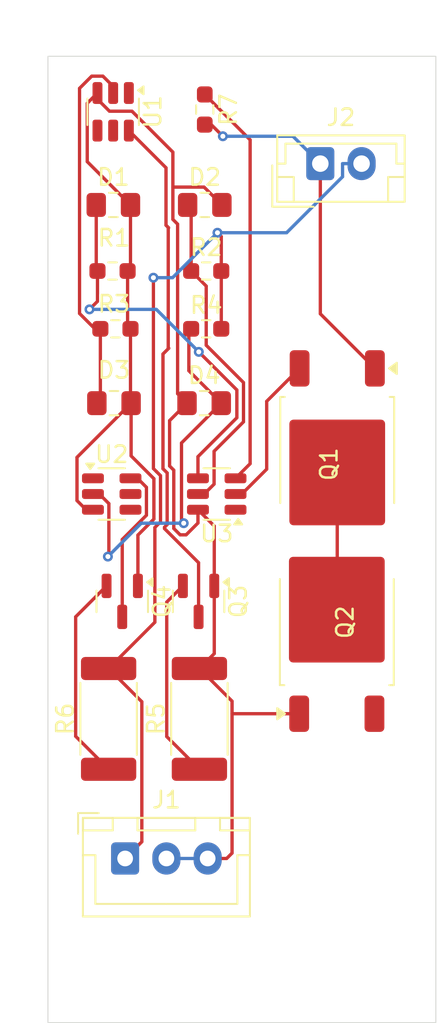
<source format=kicad_pcb>
(kicad_pcb (version 20241229) (generator "pcbnew") (generator_version "9.0")
  (layers (0 "F.Cu" signal) (2 "B.Cu" signal) (13 "F.Paste" user) (15 "B.Paste" user) (5 "F.SilkS" user "F.Silkscreen") (7 "B.SilkS" user "B.Silkscreen") (1 "F.Mask" user) (3 "B.Mask" user) (25 "Edge.Cuts" user))
  (net 0 "")
  (net 1 "Net-(J1-Pin_1)")
  (net 2 "Net-(D1-A)")
  (net 3 "Net-(D1-K)")
  (net 5 "Net-(D2-K)")
  (net 6 "Net-(D3-A)")
  (net 10 "Net-(D4-A)")
  (net 12 "Net-(J2-Pin_1)")
  (net 13 "Net-(Q1-G)")
  (net 15 "Net-(Q1-S)")
  (net 17 "Net-(Q3-G)")
  (net 18 "Net-(Q3-S)")
  (net 20 "Net-(Q4-S)")
  (net 21 "Net-(Q4-G)")
  (net 22 "Net-(U3-IO2)")
  (footprint "Package_TO_SOT_SMD:SOT-23" (layer "F.Cu") (at 139.5 97 -90)
    (property "Reference" "Q4" (at 0 -2.4 90) (layer "F.SilkS"))
    (property "Value" "PMOS")
    (fp_line (start 0 1.56) (end -0.65 1.56) (stroke (width 0.12)) (layer "F.SilkS"))
    (fp_line (start 0 1.56) (end 0.65 1.56) (stroke (width 0.12)) (layer "F.SilkS"))
    (fp_line (start 0 -1.56) (end -0.65 -1.56) (stroke (width 0.12)) (layer "F.SilkS"))
    (fp_line (start 0 -1.56) (end 0.65 -1.56) (stroke (width 0.12)) (layer "F.SilkS"))
    (fp_poly (pts (xy -1.1625 -1.51) (xy -1.4025 -1.84) (xy -0.9225 -1.84)) (stroke (width 0.12)) (fill yes) (layer "F.SilkS"))
    (pad "1" smd roundrect (at -0.9375 -0.95 270) (size 1.475 0.6) (layers "F.Cu" "F.Mask" "F.Paste") (net 2 "Net-(D1-A)"))
    (pad "2" smd roundrect (at -0.9375 0.95 270) (size 1.475 0.6) (layers "F.Cu" "F.Mask" "F.Paste") (net 21 "Net-(Q4-G)"))
    (pad "3" smd roundrect (at 0.9375 0 270) (size 1.475 0.6) (layers "F.Cu" "F.Mask" "F.Paste") (net 20 "Net-(Q4-S)"))
  )
  (footprint "Capacitor_SMD:C_0805_2012Metric_Pad1.18x1.45mm_HandSolder" (layer "F.Cu") (at 138.9625 73)
    (property "Reference" "D1" (at 0 -1.68 0) (layer "F.SilkS"))
    (property "Value" "D_Capacitance")
    (fp_line (start -0.261252 -0.735) (end 0.261252 -0.735) (stroke (width 0.12)) (layer "F.SilkS"))
    (fp_line (start -0.261252 0.735) (end 0.261252 0.735) (stroke (width 0.12)) (layer "F.SilkS"))
    (pad "1" smd roundrect (at -1.0375 0) (size 1.175 1.45) (layers "F.Cu" "F.Mask" "F.Paste") (roundrect_rratio 0.212766) (net 3 "Net-(D1-K)"))
    (pad "2" smd roundrect (at 1.0375 0) (size 1.175 1.45) (layers "F.Cu" "F.Mask" "F.Paste") (roundrect_rratio 0.212766) (net 2 "Net-(D1-A)"))
  )
  (footprint "Package_TO_SOT_SMD:SOT-23" (layer "F.Cu") (at 144.125 97 -90)
    (property "Reference" "Q3" (at 0 -2.4 90) (layer "F.SilkS"))
    (property "Value" "PMOS")
    (fp_line (start 0 1.56) (end -0.65 1.56) (stroke (width 0.12)) (layer "F.SilkS"))
    (fp_line (start 0 1.56) (end 0.65 1.56) (stroke (width 0.12)) (layer "F.SilkS"))
    (fp_line (start 0 -1.56) (end -0.65 -1.56) (stroke (width 0.12)) (layer "F.SilkS"))
    (fp_line (start 0 -1.56) (end 0.65 -1.56) (stroke (width 0.12)) (layer "F.SilkS"))
    (fp_poly (pts (xy -1.1625 -1.51) (xy -1.4025 -1.84) (xy -0.9225 -1.84)) (stroke (width 0.12)) (fill yes) (layer "F.SilkS"))
    (pad "1" smd roundrect (at -0.9375 -0.95 270) (size 1.475 0.6) (layers "F.Cu" "F.Mask" "F.Paste") (net 2 "Net-(D1-A)"))
    (pad "2" smd roundrect (at -0.9375 0.95 270) (size 1.475 0.6) (layers "F.Cu" "F.Mask" "F.Paste") (net 17 "Net-(Q3-G)"))
    (pad "3" smd roundrect (at 0.9375 0 270) (size 1.475 0.6) (layers "F.Cu" "F.Mask" "F.Paste") (net 18 "Net-(Q3-S)"))
  )
  (footprint "Capacitor_SMD:C_0805_2012Metric_Pad1.18x1.45mm_HandSolder" (layer "F.Cu") (at 139 85 180)
    (property "Reference" "D3" (at 0 2 0) (layer "F.SilkS"))
    (property "Value" "D_Capacitance")
    (fp_line (start -0.261252 0.735) (end 0.261252 0.735) (stroke (width 0.12)) (layer "F.SilkS"))
    (fp_line (start -0.261252 -0.735) (end 0.261252 -0.735) (stroke (width 0.12)) (layer "F.SilkS"))
    (pad "1" smd roundrect (at -1.0375 0 180) (size 1.175 1.45) (layers "F.Cu" "F.Mask" "F.Paste") (roundrect_rratio 0.212766) (net 2 "Net-(D1-A)"))
    (pad "2" smd roundrect (at 1.0375 0 180) (size 1.175 1.45) (layers "F.Cu" "F.Mask" "F.Paste") (roundrect_rratio 0.212766) (net 6 "Net-(D3-A)"))
  )
  (footprint "Package_TO_SOT_SMD:SOT-23-6" (layer "F.Cu") (at 138.95 67.3625 -90)
    (property "Reference" "U1" (at 0 -2.4 90) (layer "F.SilkS"))
    (property "Value" "SN74LVC2G14DBV")
    (fp_line (start 0 1.56) (end -0.8 1.56) (stroke (width 0.12)) (layer "F.SilkS"))
    (fp_line (start 0 1.56) (end 0.8 1.56) (stroke (width 0.12)) (layer "F.SilkS"))
    (fp_line (start 0 -1.56) (end -0.8 -1.56) (stroke (width 0.12)) (layer "F.SilkS"))
    (fp_line (start 0 -1.56) (end 0.8 -1.56) (stroke (width 0.12)) (layer "F.SilkS"))
    (fp_poly (pts (xy -1.3 -1.51) (xy -1.54 -1.84) (xy -1.06 -1.84)) (stroke (width 0.12)) (fill yes) (layer "F.SilkS"))
    (pad "1" smd roundrect (at -1.1375 -0.95 270) (size 1.325 0.6) (layers "F.Cu" "F.Mask" "F.Paste"))
    (pad "2" smd roundrect (at -1.1375 0 270) (size 1.325 0.6) (layers "F.Cu" "F.Mask" "F.Paste") (net 6 "Net-(D3-A)"))
    (pad "3" smd roundrect (at -1.1375 0.95 270) (size 1.325 0.6) (layers "F.Cu" "F.Mask" "F.Paste") (net 2 "Net-(D1-A)"))
    (pad "4" smd roundrect (at 1.1375 0.95 270) (size 1.325 0.6) (layers "F.Cu" "F.Mask" "F.Paste"))
    (pad "5" smd roundrect (at 1.1375 0 270) (size 1.325 0.6) (layers "F.Cu" "F.Mask" "F.Paste"))
    (pad "6" smd roundrect (at 1.1375 -0.95 270) (size 1.325 0.6) (layers "F.Cu" "F.Mask" "F.Paste") (net 18 "Net-(Q3-S)"))
  )
  (footprint "Resistor_SMD:R_2512_6332Metric_Pad1.40x3.35mm_HandSolder" (layer "F.Cu") (at 144.175 104.1125 90)
    (property "Reference" "R5" (at 0 -2.63 90) (layer "F.SilkS"))
    (property "Value" "68.5")
    (fp_line (start -2.177064 -1.71) (end 2.177064 -1.71) (stroke (width 0.12)) (layer "F.SilkS"))
    (fp_line (start -2.177064 1.71) (end 2.177064 1.71) (stroke (width 0.12)) (layer "F.SilkS"))
    (pad "1" smd roundrect (at -3.05 0 90) (size 1.4 3.35) (layers "F.Cu" "F.Mask" "F.Paste") (roundrect_rratio 0.178571) (net 17 "Net-(Q3-G)"))
    (pad "2" smd roundrect (at 3.05 0 90) (size 1.4 3.35) (layers "F.Cu" "F.Mask" "F.Paste") (roundrect_rratio 0.178571) (net 2 "Net-(D1-A)"))
  )
  (footprint "Package_TO_SOT_SMD:TO-252-2" (layer "F.Cu") (at 152.5 98.76 90)
    (property "Reference" "Q2" (at 0.5 0.5 90) (layer "F.SilkS"))
    (property "Value" "NMOS")
    (fp_line (start 3.11 -3.45) (end -3.31 -3.45) (stroke (width 0.12)) (layer "F.SilkS"))
    (fp_line (start -3.31 -3.45) (end -3.31 -3.18) (stroke (width 0.12)) (layer "F.SilkS"))
    (fp_line (start 3.11 3.45) (end -3.31 3.45) (stroke (width 0.12)) (layer "F.SilkS"))
    (fp_line (start -3.31 3.45) (end -3.31 3.18) (stroke (width 0.12)) (layer "F.SilkS"))
    (fp_poly (pts (xy -5.04 -3.14) (xy -5.38 -3.61) (xy -4.7 -3.61)) (stroke (width 0.12)) (fill yes) (layer "F.SilkS"))
    (pad "1" smd roundrect (at -5.04 -2.28 90) (size 2.2 1.2) (layers "F.Cu" "F.Mask" "F.Paste") (roundrect_rratio 0.208333) (net 2 "Net-(D1-A)"))
    (pad "2" smd roundrect (at 1.26 0 90) (size 6.4 5.8) (layers "F.Cu" "F.Mask") (roundrect_rratio 0.043103) (net 13 "Net-(Q1-G)"))
    (pad "3" smd roundrect (at -5.04 2.28 90) (size 2.2 1.2) (layers "F.Cu" "F.Mask" "F.Paste") (roundrect_rratio 0.208333))
  )
  (footprint "Resistor_SMD:R_0603_1608Metric_Pad0.98x0.95mm_HandSolder" (layer "F.Cu") (at 144.5 67.225 -90)
    (property "Reference" "R7" (at 0 -1.43 90) (layer "F.SilkS"))
    (property "Value" "2k")
    (fp_line (start -0.254724 0.5225) (end 0.254724 0.5225) (stroke (width 0.12)) (layer "F.SilkS"))
    (fp_line (start -0.254724 -0.5225) (end 0.254724 -0.5225) (stroke (width 0.12)) (layer "F.SilkS"))
    (pad "1" smd roundrect (at -0.9125 0 270) (size 0.975 0.95) (layers "F.Cu" "F.Mask" "F.Paste") (net 22 "Net-(U3-IO2)"))
    (pad "2" smd roundrect (at 0.9125 0 270) (size 0.975 0.95) (layers "F.Cu" "F.Mask" "F.Paste") (net 12 "Net-(J2-Pin_1)"))
  )
  (footprint "Resistor_SMD:R_0603_1608Metric_Pad0.98x0.95mm_HandSolder" (layer "F.Cu") (at 144.5875 77)
    (property "Reference" "R2" (at 0 -1.43 0) (layer "F.SilkS"))
    (property "Value" "330")
    (fp_line (start -0.254724 -0.5225) (end 0.254724 -0.5225) (stroke (width 0.12)) (layer "F.SilkS"))
    (fp_line (start -0.254724 0.5225) (end 0.254724 0.5225) (stroke (width 0.12)) (layer "F.SilkS"))
    (pad "1" smd roundrect (at -0.9125 0) (size 0.975 0.95) (layers "F.Cu" "F.Mask" "F.Paste") (net 5 "Net-(D2-K)"))
    (pad "2" smd roundrect (at 0.9125 0) (size 0.975 0.95) (layers "F.Cu" "F.Mask" "F.Paste") (net 1 "Net-(J1-Pin_1)"))
  )
  (footprint "Resistor_SMD:R_0603_1608Metric_Pad0.98x0.95mm_HandSolder" (layer "F.Cu") (at 138.9125 77 180)
    (property "Reference" "R1" (at -0.0875 2 0) (layer "F.SilkS"))
    (property "Value" "330")
    (fp_line (start -0.254724 0.5225) (end 0.254724 0.5225) (stroke (width 0.12)) (layer "F.SilkS"))
    (fp_line (start -0.254724 -0.5225) (end 0.254724 -0.5225) (stroke (width 0.12)) (layer "F.SilkS"))
    (pad "1" smd roundrect (at -0.9125 0 180) (size 0.975 0.95) (layers "F.Cu" "F.Mask" "F.Paste") (net 2 "Net-(D1-A)"))
    (pad "2" smd roundrect (at 0.9125 0 180) (size 0.975 0.95) (layers "F.Cu" "F.Mask" "F.Paste") (net 3 "Net-(D1-K)"))
  )
  (footprint "Resistor_SMD:R_2512_6332Metric_Pad1.40x3.35mm_HandSolder" (layer "F.Cu") (at 138.675 104.1125 90)
    (property "Reference" "R6" (at 0 -2.63 90) (layer "F.SilkS"))
    (property "Value" "68.5")
    (fp_line (start -2.177064 -1.71) (end 2.177064 -1.71) (stroke (width 0.12)) (layer "F.SilkS"))
    (fp_line (start -2.177064 1.71) (end 2.177064 1.71) (stroke (width 0.12)) (layer "F.SilkS"))
    (pad "1" smd roundrect (at -3.05 0 90) (size 1.4 3.35) (layers "F.Cu" "F.Mask" "F.Paste") (roundrect_rratio 0.178571) (net 21 "Net-(Q4-G)"))
    (pad "2" smd roundrect (at 3.05 0 90) (size 1.4 3.35) (layers "F.Cu" "F.Mask" "F.Paste") (roundrect_rratio 0.178571) (net 1 "Net-(J1-Pin_1)"))
  )
  (footprint "Connector_JST:JST_EH_B2B-EH-A_1x02_P2.50mm_Vertical" (layer "F.Cu") (at 151.5 70.5)
    (property "Reference" "J2" (at 1.25 -2.8 0) (layer "F.SilkS"))
    (property "Value" "Conn_01x02_Pin")
    (fp_line (start -2.91 0.11) (end -2.91 2.61) (stroke (width 0.12)) (layer "F.SilkS"))
    (fp_line (start -2.91 2.61) (end -0.41 2.61) (stroke (width 0.12)) (layer "F.SilkS"))
    (fp_line (start -2.61 -1.71) (end -2.61 2.31) (stroke (width 0.12)) (layer "F.SilkS"))
    (fp_line (start -2.61 0) (end -2.11 0) (stroke (width 0.12)) (layer "F.SilkS"))
    (fp_line (start -2.61 0.81) (end -1.61 0.81) (stroke (width 0.12)) (layer "F.SilkS"))
    (fp_line (start -2.61 2.31) (end 5.11 2.31) (stroke (width 0.12)) (layer "F.SilkS"))
    (fp_line (start -2.11 -1.21) (end 4.61 -1.21) (stroke (width 0.12)) (layer "F.SilkS"))
    (fp_line (start -2.11 0) (end -2.11 -1.21) (stroke (width 0.12)) (layer "F.SilkS"))
    (fp_line (start -1.61 0.81) (end -1.61 2.31) (stroke (width 0.12)) (layer "F.SilkS"))
    (fp_line (start 4.11 0.81) (end 4.11 2.31) (stroke (width 0.12)) (layer "F.SilkS"))
    (fp_line (start 4.61 -1.21) (end 4.61 0) (stroke (width 0.12)) (layer "F.SilkS"))
    (fp_line (start 4.61 0) (end 5.11 0) (stroke (width 0.12)) (layer "F.SilkS"))
    (fp_line (start 5.11 -1.71) (end -2.61 -1.71) (stroke (width 0.12)) (layer "F.SilkS"))
    (fp_line (start 5.11 0.81) (end 4.11 0.81) (stroke (width 0.12)) (layer "F.SilkS"))
    (fp_line (start 5.11 2.31) (end 5.11 -1.71) (stroke (width 0.12)) (layer "F.SilkS"))
    (pad "1" thru_hole roundrect (at 0 0) (size 1.7 2) (drill 1) (layers "*.Cu" "*.Mask") (roundrect_rratio 0.147059) (net 12 "Net-(J2-Pin_1)"))
    (pad "2" thru_hole oval (at 2.5 0) (size 1.7 2) (drill 1) (layers "*.Cu" "*.Mask") (net 1 "Net-(J1-Pin_1)"))
  )
  (footprint "Capacitor_SMD:C_0805_2012Metric_Pad1.18x1.45mm_HandSolder" (layer "F.Cu") (at 144.4625 85)
    (property "Reference" "D4" (at 0 -1.68 0) (layer "F.SilkS"))
    (property "Value" "D_Capacitance")
    (fp_line (start -0.261252 -0.735) (end 0.261252 -0.735) (stroke (width 0.12)) (layer "F.SilkS"))
    (fp_line (start -0.261252 0.735) (end 0.261252 0.735) (stroke (width 0.12)) (layer "F.SilkS"))
    (pad "1" smd roundrect (at -1.0375 0) (size 1.175 1.45) (layers "F.Cu" "F.Mask" "F.Paste") (roundrect_rratio 0.212766) (net 2 "Net-(D1-A)"))
    (pad "2" smd roundrect (at 1.0375 0) (size 1.175 1.45) (layers "F.Cu" "F.Mask" "F.Paste") (roundrect_rratio 0.212766) (net 10 "Net-(D4-A)"))
  )
  (footprint "Package_TO_SOT_SMD:SOT-23-6" (layer "F.Cu") (at 145.225 90.5 180)
    (property "Reference" "U3" (at 0 -2.4 0) (layer "F.SilkS"))
    (property "Value" "CDSOT236-0504C")
    (fp_line (start 0 1.56) (end 0.8 1.56) (stroke (width 0.12)) (layer "F.SilkS"))
    (fp_line (start 0 1.56) (end -0.8 1.56) (stroke (width 0.12)) (layer "F.SilkS"))
    (fp_line (start 0 -1.56) (end 0.8 -1.56) (stroke (width 0.12)) (layer "F.SilkS"))
    (fp_line (start 0 -1.56) (end -0.8 -1.56) (stroke (width 0.12)) (layer "F.SilkS"))
    (fp_poly (pts (xy -1.3 -1.51) (xy -1.54 -1.84) (xy -1.06 -1.84)) (stroke (width 0.12)) (fill yes) (layer "F.SilkS"))
    (pad "1" smd roundrect (at -1.1375 -0.95 180) (size 1.325 0.6) (layers "F.Cu" "F.Mask" "F.Paste"))
    (pad "2" smd roundrect (at -1.1375 0 180) (size 1.325 0.6) (layers "F.Cu" "F.Mask" "F.Paste") (net 15 "Net-(Q1-S)"))
    (pad "3" smd roundrect (at -1.1375 0.95 180) (size 1.325 0.6) (layers "F.Cu" "F.Mask" "F.Paste") (net 22 "Net-(U3-IO2)"))
    (pad "4" smd roundrect (at 1.1375 0.95 180) (size 1.325 0.6) (layers "F.Cu" "F.Mask" "F.Paste") (net 3 "Net-(D1-K)"))
    (pad "5" smd roundrect (at 1.1375 0 180) (size 1.325 0.6) (layers "F.Cu" "F.Mask" "F.Paste") (net 5 "Net-(D2-K)"))
    (pad "6" smd roundrect (at 1.1375 -0.95 180) (size 1.325 0.6) (layers "F.Cu" "F.Mask" "F.Paste") (net 2 "Net-(D1-A)"))
  )
  (footprint "Connector_JST:JST_XH_B3B-XH-A_1x03_P2.50mm_Vertical" (layer "F.Cu") (at 139.675 112.5625)
    (property "Reference" "J1" (at 2.5 -3.55 0) (layer "F.SilkS"))
    (property "Value" "Conn_01x03_Pin")
    (fp_line (start -2.85 -2.75) (end -2.85 -1.5) (stroke (width 0.12)) (layer "F.SilkS"))
    (fp_line (start -2.56 -2.46) (end -2.56 3.51) (stroke (width 0.12)) (layer "F.SilkS"))
    (fp_line (start -2.56 3.51) (end 7.56 3.51) (stroke (width 0.12)) (layer "F.SilkS"))
    (fp_line (start -2.55 -2.45) (end -2.55 -1.7) (stroke (width 0.12)) (layer "F.SilkS"))
    (fp_line (start -2.55 -1.7) (end -0.75 -1.7) (stroke (width 0.12)) (layer "F.SilkS"))
    (fp_line (start -2.55 -0.2) (end -1.8 -0.2) (stroke (width 0.12)) (layer "F.SilkS"))
    (fp_line (start -1.8 -0.2) (end -1.8 2.75) (stroke (width 0.12)) (layer "F.SilkS"))
    (fp_line (start -1.8 2.75) (end 2.5 2.75) (stroke (width 0.12)) (layer "F.SilkS"))
    (fp_line (start -1.6 -2.75) (end -2.85 -2.75) (stroke (width 0.12)) (layer "F.SilkS"))
    (fp_line (start -0.75 -2.45) (end -2.55 -2.45) (stroke (width 0.12)) (layer "F.SilkS"))
    (fp_line (start -0.75 -1.7) (end -0.75 -2.45) (stroke (width 0.12)) (layer "F.SilkS"))
    (fp_line (start 0.75 -2.45) (end 0.75 -1.7) (stroke (width 0.12)) (layer "F.SilkS"))
    (fp_line (start 0.75 -1.7) (end 4.25 -1.7) (stroke (width 0.12)) (layer "F.SilkS"))
    (fp_line (start 4.25 -2.45) (end 0.75 -2.45) (stroke (width 0.12)) (layer "F.SilkS"))
    (fp_line (start 4.25 -1.7) (end 4.25 -2.45) (stroke (width 0.12)) (layer "F.SilkS"))
    (fp_line (start 5.75 -2.45) (end 5.75 -1.7) (stroke (width 0.12)) (layer "F.SilkS"))
    (fp_line (start 5.75 -1.7) (end 7.55 -1.7) (stroke (width 0.12)) (layer "F.SilkS"))
    (fp_line (start 6.8 -0.2) (end 6.8 2.75) (stroke (width 0.12)) (layer "F.SilkS"))
    (fp_line (start 6.8 2.75) (end 2.5 2.75) (stroke (width 0.12)) (layer "F.SilkS"))
    (fp_line (start 7.55 -2.45) (end 5.75 -2.45) (stroke (width 0.12)) (layer "F.SilkS"))
    (fp_line (start 7.55 -1.7) (end 7.55 -2.45) (stroke (width 0.12)) (layer "F.SilkS"))
    (fp_line (start 7.55 -0.2) (end 6.8 -0.2) (stroke (width 0.12)) (layer "F.SilkS"))
    (fp_line (start 7.56 -2.46) (end -2.56 -2.46) (stroke (width 0.12)) (layer "F.SilkS"))
    (fp_line (start 7.56 3.51) (end 7.56 -2.46) (stroke (width 0.12)) (layer "F.SilkS"))
    (pad "1" thru_hole roundrect (at 0 0) (size 1.7 1.95) (drill 0.95) (layers "*.Cu" "*.Mask") (roundrect_rratio 0.147059) (net 1 "Net-(J1-Pin_1)"))
    (pad "2" thru_hole oval (at 2.5 0) (size 1.7 1.95) (drill 0.95) (layers "*.Cu" "*.Mask") (net 2 "Net-(D1-A)"))
    (pad "3" thru_hole oval (at 5 0) (size 1.7 1.95) (drill 0.95) (layers "*.Cu" "*.Mask") (net 2 "Net-(D1-A)"))
  )
  (footprint "Resistor_SMD:R_0603_1608Metric_Pad0.98x0.95mm_HandSolder" (layer "F.Cu") (at 139.0875 80.5)
    (property "Reference" "R3" (at -0.0875 -1.5 0) (layer "F.SilkS"))
    (property "Value" "101")
    (fp_line (start -0.254724 -0.5225) (end 0.254724 -0.5225) (stroke (width 0.12)) (layer "F.SilkS"))
    (fp_line (start -0.254724 0.5225) (end 0.254724 0.5225) (stroke (width 0.12)) (layer "F.SilkS"))
    (pad "1" smd roundrect (at -0.9125 0) (size 0.975 0.95) (layers "F.Cu" "F.Mask" "F.Paste") (net 6 "Net-(D3-A)"))
    (pad "2" smd roundrect (at 0.9125 0) (size 0.975 0.95) (layers "F.Cu" "F.Mask" "F.Paste") (net 2 "Net-(D1-A)"))
  )
  (footprint "Package_TO_SOT_SMD:TO-252-2" (layer "F.Cu") (at 152.525 87.935 -90)
    (property "Reference" "Q1" (at 0.76 0.5 90) (layer "F.SilkS"))
    (property "Value" "NMOS")
    (fp_line (start -3.31 3.45) (end -3.31 3.18) (stroke (width 0.12)) (layer "F.SilkS"))
    (fp_line (start 3.11 3.45) (end -3.31 3.45) (stroke (width 0.12)) (layer "F.SilkS"))
    (fp_line (start -3.31 -3.45) (end -3.31 -3.18) (stroke (width 0.12)) (layer "F.SilkS"))
    (fp_line (start 3.11 -3.45) (end -3.31 -3.45) (stroke (width 0.12)) (layer "F.SilkS"))
    (fp_poly (pts (xy -5.04 -3.14) (xy -5.38 -3.61) (xy -4.7 -3.61)) (stroke (width 0.12)) (fill yes) (layer "F.SilkS"))
    (pad "1" smd roundrect (at -5.04 -2.28 270) (size 2.2 1.2) (layers "F.Cu" "F.Mask" "F.Paste") (roundrect_rratio 0.208333) (net 12 "Net-(J2-Pin_1)"))
    (pad "2" smd roundrect (at 1.26 0 270) (size 6.4 5.8) (layers "F.Cu" "F.Mask") (roundrect_rratio 0.043103) (net 13 "Net-(Q1-G)"))
    (pad "3" smd roundrect (at -5.04 2.28 270) (size 2.2 1.2) (layers "F.Cu" "F.Mask" "F.Paste") (roundrect_rratio 0.208333) (net 15 "Net-(Q1-S)"))
  )
  (footprint "Resistor_SMD:R_0603_1608Metric_Pad0.98x0.95mm_HandSolder" (layer "F.Cu") (at 144.5875 80.5)
    (property "Reference" "R4" (at 0 -1.43 0) (layer "F.SilkS"))
    (property "Value" "101")
    (fp_line (start -0.254724 -0.5225) (end 0.254724 -0.5225) (stroke (width 0.12)) (layer "F.SilkS"))
    (fp_line (start -0.254724 0.5225) (end 0.254724 0.5225) (stroke (width 0.12)) (layer "F.SilkS"))
    (pad "1" smd roundrect (at -0.9125 0) (size 0.975 0.95) (layers "F.Cu" "F.Mask" "F.Paste") (net 10 "Net-(D4-A)"))
    (pad "2" smd roundrect (at 0.9125 0) (size 0.975 0.95) (layers "F.Cu" "F.Mask" "F.Paste") (net 1 "Net-(J1-Pin_1)"))
  )
  (footprint "Capacitor_SMD:C_0805_2012Metric_Pad1.18x1.45mm_HandSolder" (layer "F.Cu") (at 144.5 73)
    (property "Reference" "D2" (at 0 -1.68 0) (layer "F.SilkS"))
    (property "Value" "D_Capacitance")
    (fp_line (start -0.261252 -0.735) (end 0.261252 -0.735) (stroke (width 0.12)) (layer "F.SilkS"))
    (fp_line (start -0.261252 0.735) (end 0.261252 0.735) (stroke (width 0.12)) (layer "F.SilkS"))
    (pad "1" smd roundrect (at -1.0375 0) (size 1.175 1.45) (layers "F.Cu" "F.Mask" "F.Paste") (roundrect_rratio 0.212766) (net 5 "Net-(D2-K)"))
    (pad "2" smd roundrect (at 1.0375 0) (size 1.175 1.45) (layers "F.Cu" "F.Mask" "F.Paste") (roundrect_rratio 0.212766) (net 2 "Net-(D1-A)"))
  )
  (footprint "Package_TO_SOT_SMD:SOT-23-6" (layer "F.Cu") (at 138.8625 90.5)
    (property "Reference" "U2" (at 0 -2.4 0) (layer "F.SilkS"))
    (property "Value" "SN74LVC2G14DBV")
    (fp_line (start 0 -1.56) (end -0.8 -1.56) (stroke (width 0.12)) (layer "F.SilkS"))
    (fp_line (start 0 -1.56) (end 0.8 -1.56) (stroke (width 0.12)) (layer "F.SilkS"))
    (fp_line (start 0 1.56) (end -0.8 1.56) (stroke (width 0.12)) (layer "F.SilkS"))
    (fp_line (start 0 1.56) (end 0.8 1.56) (stroke (width 0.12)) (layer "F.SilkS"))
    (fp_poly (pts (xy -1.3 -1.51) (xy -1.54 -1.84) (xy -1.06 -1.84)) (stroke (width 0.12)) (fill yes) (layer "F.SilkS"))
    (pad "1" smd roundrect (at -1.1375 -0.95) (size 1.325 0.6) (layers "F.Cu" "F.Mask" "F.Paste"))
    (pad "2" smd roundrect (at -1.1375 0) (size 1.325 0.6) (layers "F.Cu" "F.Mask" "F.Paste") (net 10 "Net-(D4-A)"))
    (pad "3" smd roundrect (at -1.1375 0.95) (size 1.325 0.6) (layers "F.Cu" "F.Mask" "F.Paste") (net 2 "Net-(D1-A)"))
    (pad "4" smd roundrect (at 1.1375 0.95) (size 1.325 0.6) (layers "F.Cu" "F.Mask" "F.Paste"))
    (pad "5" smd roundrect (at 1.1375 0) (size 1.325 0.6) (layers "F.Cu" "F.Mask" "F.Paste"))
    (pad "6" smd roundrect (at 1.1375 -0.95) (size 1.325 0.6) (layers "F.Cu" "F.Mask" "F.Paste") (net 20 "Net-(Q4-S)"))
  )
  (gr_rect (start 135 64) (end 158.5 122.5) (stroke (width 0.05)) (fill no) (layer "Edge.Cuts"))
  (segment (start 145.5 80.5) (end 145.5 77) (width 0.2) (layer "F.Cu") (net 1))
  (segment (start 140.6873 111.5502) (end 139.675 112.5625) (width 0.2) (layer "F.Cu") (net 1))
  (segment (start 145.2688 74.683) (end 145.5 74.9142) (width 0.2) (layer "F.Cu") (net 1))
  (segment (start 138.675 101.0625) (end 141.4767 98.2608) (width 0.2) (layer "F.Cu") (net 1))
  (segment (start 141.4767 98.2608) (end 141.4767 92.5261) (width 0.2) (layer "F.Cu") (net 1))
  (segment (start 141.584 89.153) (end 141.5665 89.1355) (width 0.2) (layer "F.Cu") (net 1))
  (segment (start 138.675 101.0625) (end 140.6873 103.0748) (width 0.2) (layer "F.Cu") (net 1))
  (segment (start 140.6873 103.0748) (end 140.6873 111.5502) (width 0.2) (layer "F.Cu") (net 1))
  (segment (start 141.8194 92.1834) (end 141.8194 91.8508) (width 0.2) (layer "F.Cu") (net 1))
  (segment (start 141.4767 92.5261) (end 141.8194 92.1834) (width 0.2) (layer "F.Cu") (net 1))
  (segment (start 141.584 89.153) (end 141.5665 89.1355) (width 0.2) (layer "F.Cu") (net 1))
  (segment (start 141.8194 89.3884) (end 141.584 89.153) (width 0.2) (layer "F.Cu") (net 1))
  (segment (start 141.8194 91.8508) (end 141.8194 90.0536) (width 0.2) (layer "F.Cu") (net 1))
  (segment (start 141.8194 90.0536) (end 141.8194 89.3884) (width 0.2) (layer "F.Cu") (net 1))
  (segment (start 141.5665 89.1355) (end 141.3883 88.9573) (width 0.2) (layer "F.Cu") (net 1))
  (segment (start 141.3883 88.9573) (end 141.3883 77.4047) (width 0.2) (layer "F.Cu") (net 1))
  (segment (start 145.5 74.9142) (end 145.5 77) (width 0.2) (layer "F.Cu") (net 1))
  (via (at 141.3883 77.4047) (size 0.6) (drill 0.3) (layers "F.Cu" "B.Cu") (net 1))
  (via (at 145.2688 74.683) (size 0.6) (drill 0.3) (layers "F.Cu" "B.Cu") (net 1))
  (segment (start 152.8483 70.5) (end 152.8483 71.2918) (width 0.2) (layer "B.Cu") (net 1))
  (segment (start 145.2688 74.683) (end 142.5471 77.4047) (width 0.2) (layer "B.Cu") (net 1))
  (segment (start 149.4571 74.683) (end 145.2688 74.683) (width 0.2) (layer "B.Cu") (net 1))
  (segment (start 142.5471 77.4047) (end 141.3883 77.4047) (width 0.2) (layer "B.Cu") (net 1))
  (segment (start 154 70.5) (end 152.8483 70.5) (width 0.2) (layer "B.Cu") (net 1))
  (segment (start 152.8483 71.2918) (end 149.4571 74.683) (width 0.2) (layer "B.Cu") (net 1))
  (segment (start 138 66.6009) (end 138 66.225) (width 0.2) (layer "F.Cu") (net 2))
  (segment (start 142.5681 71.9202) (end 142.5681 69.8042) (width 0.2) (layer "F.Cu") (net 2))
  (segment (start 142.6227 92.5865) (end 142.6227 92.5161) (width 0.2) (layer "F.Cu") (net 2))
  (segment (start 145.8267 112.5625) (end 146.1526 112.2366) (width 0.2) (layer "F.Cu") (net 2))
  (segment (start 137.3113 91.45) (end 136.7591 90.8978) (width 0.2) (layer "F.Cu") (net 2))
  (segment (start 139.825 80.325) (end 140 80.5) (width 0.2) (layer "F.Cu") (net 2))
  (segment (start 143.0074 92.9712) (end 142.6227 92.5865) (width 0.2) (layer "F.Cu") (net 2))
  (segment (start 142.5681 73.8761) (end 142.5681 71.9202) (width 0.2) (layer "F.Cu") (net 2))
  (segment (start 138.7252 67.3261) (end 138 66.6009) (width 0.2) (layer "F.Cu") (net 2))
  (segment (start 140.0375 88.192) (end 140.0375 85) (width 0.2) (layer "F.Cu") (net 2))
  (segment (start 140.45 96.0625) (end 140.45 92.9848) (width 0.2) (layer "F.Cu") (net 2))
  (segment (start 140 73) (end 140 76.825) (width 0.2) (layer "F.Cu") (net 2))
  (segment (start 137.3795 66.8455) (end 138 66.225) (width 0.2) (layer "F.Cu") (net 2))
  (segment (start 142.6228 92.516) (end 142.6228 89.0558) (width 0.2) (layer "F.Cu") (net 2))
  (segment (start 140.45 92.9848) (end 141.4177 92.0171) (width 0.2) (layer "F.Cu") (net 2))
  (segment (start 142.6228 89.0558) (end 142.3874 88.8204) (width 0.2) (layer "F.Cu") (net 2))
  (segment (start 142.3699 88.8029) (end 142.3699 86.0551) (width 0.2) (layer "F.Cu") (net 2))
  (segment (start 140.0375 85) (end 140 84.9625) (width 0.2) (layer "F.Cu") (net 2))
  (segment (start 146.1526 103.8) (end 146.1526 103.0401) (width 0.2) (layer "F.Cu") (net 2))
  (segment (start 140.09 67.3261) (end 138.7252 67.3261) (width 0.2) (layer "F.Cu") (net 2))
  (segment (start 146.1526 103.0401) (end 144.175 101.0625) (width 0.2) (layer "F.Cu") (net 2))
  (segment (start 145.075 96.0625) (end 145.075 92.4375) (width 0.2) (layer "F.Cu") (net 2))
  (segment (start 137.725 91.45) (end 137.3113 91.45) (width 0.2) (layer "F.Cu") (net 2))
  (segment (start 143.3709 92.9712) (end 143.0074 92.9712) (width 0.2) (layer "F.Cu") (net 2))
  (segment (start 144.675 112.5625) (end 145.8267 112.5625) (width 0.2) (layer "F.Cu") (net 2))
  (segment (start 144.4577 71.9202) (end 142.5681 71.9202) (width 0.2) (layer "F.Cu") (net 2))
  (segment (start 142.855 84.43) (end 142.855 74.163) (width 0.2) (layer "F.Cu") (net 2))
  (segment (start 140 84.9625) (end 140 80.5) (width 0.2) (layer "F.Cu") (net 2))
  (segment (start 137.3795 70.3795) (end 137.3795 66.8455) (width 0.2) (layer "F.Cu") (net 2))
  (segment (start 142.3699 86.0551) (end 143.425 85) (width 0.2) (layer "F.Cu") (net 2))
  (segment (start 150.22 103.8) (end 146.1526 103.8) (width 0.2) (layer "F.Cu") (net 2))
  (segment (start 139.825 77) (end 139.825 80.325) (width 0.2) (layer "F.Cu") (net 2))
  (segment (start 145.075 100.1625) (end 145.075 96.0625) (width 0.2) (layer "F.Cu") (net 2))
  (segment (start 144.0875 92.2546) (end 143.3709 92.9712) (width 0.2) (layer "F.Cu") (net 2))
  (segment (start 142.3874 88.8204) (end 142.3699 88.8029) (width 0.2) (layer "F.Cu") (net 2))
  (segment (start 136.7591 90.8978) (end 136.7591 88.2784) (width 0.2) (layer "F.Cu") (net 2))
  (segment (start 144.175 101.0625) (end 145.075 100.1625) (width 0.2) (layer "F.Cu") (net 2))
  (segment (start 143.425 85) (end 142.855 84.43) (width 0.2) (layer "F.Cu") (net 2))
  (segment (start 142.855 74.163) (end 142.5681 73.8761) (width 0.2) (layer "F.Cu") (net 2))
  (segment (start 146.1526 112.2366) (end 146.1526 103.8) (width 0.2) (layer "F.Cu") (net 2))
  (segment (start 136.7591 88.2784) (end 140.0375 85) (width 0.2) (layer "F.Cu") (net 2))
  (segment (start 140 73) (end 137.3795 70.3795) (width 0.2) (layer "F.Cu") (net 2))
  (segment (start 140 76.825) (end 139.825 77) (width 0.2) (layer "F.Cu") (net 2))
  (segment (start 144.0875 91.45) (end 144.0875 92.2546) (width 0.2) (layer "F.Cu") (net 2))
  (segment (start 142.3874 88.8204) (end 142.3699 88.8029) (width 0.2) (layer "F.Cu") (net 2))
  (segment (start 145.5375 73) (end 144.4577 71.9202) (width 0.2) (layer "F.Cu") (net 2))
  (segment (start 142.5681 69.8042) (end 140.09 67.3261) (width 0.2) (layer "F.Cu") (net 2))
  (segment (start 141.4177 89.5722) (end 140.0375 88.192) (width 0.2) (layer "F.Cu") (net 2))
  (segment (start 145.075 92.4375) (end 144.0875 91.45) (width 0.2) (layer "F.Cu") (net 2))
  (segment (start 142.6227 92.5161) (end 142.6228 92.516) (width 0.2) (layer "F.Cu") (net 2))
  (segment (start 141.4177 92.0171) (end 141.4177 89.5722) (width 0.2) (layer "F.Cu") (net 2))
  (segment (start 144.675 112.5625) (end 142.175 112.5625) (width 0.2) (layer "B.Cu") (net 2))
  (segment (start 144.0875 88.2384) (end 146.4443 85.8816) (width 0.2) (layer "F.Cu") (net 3))
  (segment (start 144.0875 89.55) (end 144.0875 88.2384) (width 0.2) (layer "F.Cu") (net 3))
  (segment (start 138 78.8373) (end 138 77) (width 0.2) (layer "F.Cu") (net 3))
  (segment (start 146.4443 85.8816) (end 146.4443 84.2014) (width 0.2) (layer "F.Cu") (net 3))
  (segment (start 146.4443 84.2014) (end 144.1375 81.8946) (width 0.2) (layer "F.Cu") (net 3))
  (segment (start 137.5152 79.3221) (end 138 78.8373) (width 0.2) (layer "F.Cu") (net 3))
  (segment (start 137.925 76.925) (end 138 77) (width 0.2) (layer "F.Cu") (net 3))
  (segment (start 137.925 73) (end 137.925 76.925) (width 0.2) (layer "F.Cu") (net 3))
  (via (at 137.5152 79.3221) (size 0.6) (drill 0.3) (layers "F.Cu" "B.Cu") (net 3))
  (via (at 144.1375 81.8946) (size 0.6) (drill 0.3) (layers "F.Cu" "B.Cu") (net 3))
  (segment (start 141.565 79.3221) (end 137.5152 79.3221) (width 0.2) (layer "B.Cu") (net 3))
  (segment (start 144.1375 81.8946) (end 141.565 79.3221) (width 0.2) (layer "B.Cu") (net 3))
  (segment (start 145.0642 87.9121) (end 146.846 86.1303) (width 0.2) (layer "F.Cu") (net 5))
  (segment (start 146.846 83.7522) (end 144.5875 81.4937) (width 0.2) (layer "F.Cu") (net 5))
  (segment (start 144.4658 90.5) (end 145.0642 89.9016) (width 0.2) (layer "F.Cu") (net 5))
  (segment (start 144.5875 77.9125) (end 143.675 77) (width 0.2) (layer "F.Cu") (net 5))
  (segment (start 145.0642 89.9016) (end 145.0642 87.9121) (width 0.2) (layer "F.Cu") (net 5))
  (segment (start 143.675 77) (end 143.675 73.2125) (width 0.2) (layer "F.Cu") (net 5))
  (segment (start 144.0875 90.5) (end 144.4658 90.5) (width 0.2) (layer "F.Cu") (net 5))
  (segment (start 143.675 73.2125) (end 143.4625 73) (width 0.2) (layer "F.Cu") (net 5))
  (segment (start 146.846 86.1303) (end 146.846 83.7522) (width 0.2) (layer "F.Cu") (net 5))
  (segment (start 144.5875 81.4937) (end 144.5875 77.9125) (width 0.2) (layer "F.Cu") (net 5))
  (segment (start 137.6509 65.2045) (end 136.9135 65.9419) (width 0.2) (layer "F.Cu") (net 6))
  (segment (start 138.95 66.225) (end 138.95 65.8245) (width 0.2) (layer "F.Cu") (net 6))
  (segment (start 137.9625 85) (end 138.175 84.7875) (width 0.2) (layer "F.Cu") (net 6))
  (segment (start 136.9135 65.9419) (end 136.9135 79.5712) (width 0.2) (layer "F.Cu") (net 6))
  (segment (start 138.95 65.8245) (end 138.33 65.2045) (width 0.2) (layer "F.Cu") (net 6))
  (segment (start 136.9135 79.5712) (end 137.8423 80.5) (width 0.2) (layer "F.Cu") (net 6))
  (segment (start 137.8423 80.5) (end 138.175 80.5) (width 0.2) (layer "F.Cu") (net 6))
  (segment (start 138.33 65.2045) (end 137.6509 65.2045) (width 0.2) (layer "F.Cu") (net 6))
  (segment (start 138.175 84.7875) (end 138.175 80.5) (width 0.2) (layer "F.Cu") (net 6))
  (segment (start 145.5 85) (end 143.0908 87.4092) (width 0.2) (layer "F.Cu") (net 10))
  (segment (start 143.5358 80.6392) (end 143.5358 83.0358) (width 0.2) (layer "F.Cu") (net 10))
  (segment (start 138.6908 91.0809) (end 138.6908 94.2277) (width 0.2) (layer "F.Cu") (net 10))
  (segment (start 143.0908 92.1328) (end 143.2246 92.2666) (width 0.2) (layer "F.Cu") (net 10))
  (segment (start 143.675 80.5) (end 143.5358 80.6392) (width 0.2) (layer "F.Cu") (net 10))
  (segment (start 138.6908 94.2277) (end 138.6313 94.2872) (width 0.2) (layer "F.Cu") (net 10))
  (segment (start 143.0908 87.4092) (end 143.0908 92.1328) (width 0.2) (layer "F.Cu") (net 10))
  (segment (start 138.1099 90.5) (end 138.6908 91.0809) (width 0.2) (layer "F.Cu") (net 10))
  (segment (start 137.725 90.5) (end 138.1099 90.5) (width 0.2) (layer "F.Cu") (net 10))
  (segment (start 143.5358 83.0358) (end 145.5 85) (width 0.2) (layer "F.Cu") (net 10))
  (via (at 138.6313 94.2872) (size 0.6) (drill 0.3) (layers "F.Cu" "B.Cu") (net 10))
  (via (at 143.2246 92.2666) (size 0.6) (drill 0.3) (layers "F.Cu" "B.Cu") (net 10))
  (segment (start 140.6519 92.2666) (end 143.2246 92.2666) (width 0.2) (layer "B.Cu") (net 10))
  (segment (start 138.6313 94.2872) (end 140.6519 92.2666) (width 0.2) (layer "B.Cu") (net 10))
  (segment (start 151.5 79.59) (end 151.5 70.5) (width 0.2) (layer "F.Cu") (net 12))
  (segment (start 144.5 68.1375) (end 144.8909 68.1375) (width 0.2) (layer "F.Cu") (net 12))
  (segment (start 144.8909 68.1375) (end 145.5964 68.843) (width 0.2) (layer "F.Cu") (net 12))
  (segment (start 154.805 82.895) (end 151.5 79.59) (width 0.2) (layer "F.Cu") (net 12))
  (via (at 145.5964 68.843) (size 0.6) (drill 0.3) (layers "F.Cu" "B.Cu") (net 12))
  (segment (start 149.843 68.843) (end 151.5 70.5) (width 0.2) (layer "B.Cu") (net 12))
  (segment (start 145.5964 68.843) (end 149.843 68.843) (width 0.2) (layer "B.Cu") (net 12))
  (segment (start 152.525 97.475) (end 152.5 97.5) (width 0.2) (layer "F.Cu") (net 13))
  (segment (start 152.525 89.195) (end 152.525 97.475) (width 0.2) (layer "F.Cu") (net 13))
  (segment (start 148.2515 84.8885) (end 148.2515 88.9959) (width 0.2) (layer "F.Cu") (net 15))
  (segment (start 150.245 82.895) (end 148.2515 84.8885) (width 0.2) (layer "F.Cu") (net 15))
  (segment (start 146.7474 90.5) (end 146.3625 90.5) (width 0.2) (layer "F.Cu") (net 15))
  (segment (start 148.2515 88.9959) (end 146.7474 90.5) (width 0.2) (layer "F.Cu") (net 15))
  (segment (start 142.1965 97.041) (end 142.1965 105.184) (width 0.2) (layer "F.Cu") (net 17))
  (segment (start 143.175 96.0625) (end 142.1965 97.041) (width 0.2) (layer "F.Cu") (net 17))
  (segment (start 142.1965 105.184) (end 144.175 107.1625) (width 0.2) (layer "F.Cu") (net 17))
  (segment (start 144.125 94.6568) (end 142.0608 92.5926) (width 0.2) (layer "F.Cu") (net 18))
  (segment (start 142.1517 74.2279) (end 142.3077 74.3838) (width 0.2) (layer "F.Cu") (net 18))
  (segment (start 142.1517 74.2279) (end 142.3077 74.3838) (width 0.2) (layer "F.Cu") (net 18))
  (segment (start 142.2211 92.3497) (end 142.2211 89.2221) (width 0.2) (layer "F.Cu") (net 18))
  (segment (start 142.287 74.4045) (end 142.287 81.6441) (width 0.2) (layer "F.Cu") (net 18))
  (segment (start 141.9682 82.0249) (end 142.318 81.6751) (width 0.2) (layer "F.Cu") (net 18))
  (segment (start 141.9857 88.9867) (end 141.9682 88.9692) (width 0.2) (layer "F.Cu") (net 18))
  (segment (start 142.1517 70.7517) (end 142.1517 74.2279) (width 0.2) (layer "F.Cu") (net 18))
  (segment (start 141.9857 88.9867) (end 141.9682 88.9692) (width 0.2) (layer "F.Cu") (net 18))
  (segment (start 141.9682 88.9692) (end 141.9682 82.0249) (width 0.2) (layer "F.Cu") (net 18))
  (segment (start 139.9 68.5) (end 142.1517 70.7517) (width 0.2) (layer "F.Cu") (net 18))
  (segment (start 142.3077 74.3838) (end 142.287 74.4045) (width 0.2) (layer "F.Cu") (net 18))
  (segment (start 144.125 97.9375) (end 144.125 94.6568) (width 0.2) (layer "F.Cu") (net 18))
  (segment (start 142.287 81.6441) (end 142.318 81.6751) (width 0.2) (layer "F.Cu") (net 18))
  (segment (start 142.2211 89.2221) (end 141.9857 88.9867) (width 0.2) (layer "F.Cu") (net 18))
  (segment (start 142.0608 92.51) (end 142.2211 92.3497) (width 0.2) (layer "F.Cu") (net 18))
  (segment (start 142.0608 92.5926) (end 142.0608 92.51) (width 0.2) (layer "F.Cu") (net 18))
  (segment (start 142.287 81.6441) (end 142.318 81.6751) (width 0.2) (layer "F.Cu") (net 18))
  (segment (start 140.966 90.0934) (end 140.966 91.7862) (width 0.2) (layer "F.Cu") (net 20))
  (segment (start 140.4226 89.55) (end 140.966 90.0934) (width 0.2) (layer "F.Cu") (net 20))
  (segment (start 140.966 91.7862) (end 139.5 93.2522) (width 0.2) (layer "F.Cu") (net 20))
  (segment (start 140 89.55) (end 140.4226 89.55) (width 0.2) (layer "F.Cu") (net 20))
  (segment (start 139.5 93.2522) (end 139.5 97.9375) (width 0.2) (layer "F.Cu") (net 20))
  (segment (start 138.55 96.0625) (end 136.6791 97.9334) (width 0.2) (layer "F.Cu") (net 21))
  (segment (start 136.6791 97.9334) (end 136.6791 105.1666) (width 0.2) (layer "F.Cu") (net 21))
  (segment (start 136.6791 105.1666) (end 138.675 107.1625) (width 0.2) (layer "F.Cu") (net 21))
  (segment (start 147.2477 88.6648) (end 147.2477 69.0602) (width 0.2) (layer "F.Cu") (net 22))
  (segment (start 146.3625 89.55) (end 147.2477 88.6648) (width 0.2) (layer "F.Cu") (net 22))
  (segment (start 147.2477 69.0602) (end 144.5 66.3125) (width 0.2) (layer "F.Cu") (net 22))
)
</source>
